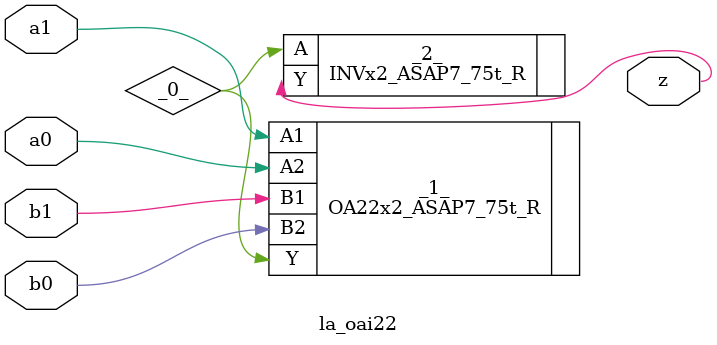
<source format=v>
/* Generated by Yosys 0.37 (git sha1 a5c7f69ed, clang 14.0.0-1ubuntu1.1 -fPIC -Os) */

module la_oai22(a0, a1, b0, b1, z);
  wire _0_;
  input a0;
  wire a0;
  input a1;
  wire a1;
  input b0;
  wire b0;
  input b1;
  wire b1;
  output z;
  wire z;
  OA22x2_ASAP7_75t_R _1_ (
    .A1(a1),
    .A2(a0),
    .B1(b1),
    .B2(b0),
    .Y(_0_)
  );
  INVx2_ASAP7_75t_R _2_ (
    .A(_0_),
    .Y(z)
  );
endmodule

</source>
